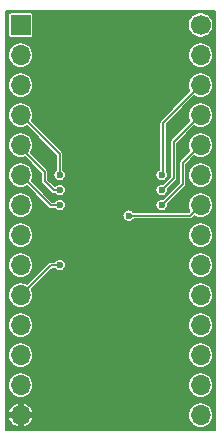
<source format=gbl>
G04 #@! TF.GenerationSoftware,KiCad,Pcbnew,(5.1.2-1)-1*
G04 #@! TF.CreationDate,2019-06-26T00:29:29-04:00*
G04 #@! TF.ProjectId,GW28R8128,47573238-5238-4313-9238-2e6b69636164,rev?*
G04 #@! TF.SameCoordinates,Original*
G04 #@! TF.FileFunction,Copper,L4,Bot*
G04 #@! TF.FilePolarity,Positive*
%FSLAX46Y46*%
G04 Gerber Fmt 4.6, Leading zero omitted, Abs format (unit mm)*
G04 Created by KiCad (PCBNEW (5.1.2-1)-1) date 2019-06-26 00:29:29*
%MOMM*%
%LPD*%
G04 APERTURE LIST*
%ADD10C,1.700000*%
%ADD11O,1.700000X1.700000*%
%ADD12C,2.000000*%
%ADD13R,1.700000X1.700000*%
%ADD14C,0.800000*%
%ADD15C,0.600000*%
%ADD16C,0.152400*%
G04 APERTURE END LIST*
D10*
X55880000Y-20320000D03*
D11*
X55880000Y-22860000D03*
X55880000Y-25400000D03*
X55880000Y-27940000D03*
X55880000Y-30480000D03*
X55880000Y-33020000D03*
X55880000Y-35560000D03*
X55880000Y-38100000D03*
X55880000Y-40640000D03*
X55880000Y-43180000D03*
X55880000Y-45720000D03*
X55880000Y-48260000D03*
X55880000Y-50800000D03*
X55880000Y-53340000D03*
D12*
X52070000Y-20320000D03*
X43180000Y-53340000D03*
D13*
X40640000Y-20320000D03*
D11*
X40640000Y-22860000D03*
X40640000Y-25400000D03*
X40640000Y-27940000D03*
X40640000Y-30480000D03*
X40640000Y-33020000D03*
X40640000Y-35560000D03*
X40640000Y-38100000D03*
X40640000Y-40640000D03*
X40640000Y-43180000D03*
X40640000Y-45720000D03*
X40640000Y-48260000D03*
X40640000Y-50800000D03*
X40640000Y-53340000D03*
D14*
X47879000Y-25400000D03*
X46736000Y-26670000D03*
X47879000Y-27940000D03*
D15*
X46990000Y-42418000D03*
X46990000Y-44958000D03*
X48260000Y-31242000D03*
X52070000Y-31242000D03*
X52070000Y-28702000D03*
X43942000Y-35560000D03*
X52578000Y-34290000D03*
X43942000Y-33020000D03*
X43942000Y-34290000D03*
X43942000Y-40640000D03*
X52578000Y-35560000D03*
X52578000Y-33020000D03*
X49784000Y-36449000D03*
D16*
X43180000Y-35560000D02*
X43942000Y-35560000D01*
X40640000Y-33020000D02*
X43180000Y-35560000D01*
X53594000Y-30226000D02*
X55880000Y-27940000D01*
X53594000Y-33274000D02*
X53594000Y-30226000D01*
X52578000Y-34290000D02*
X53594000Y-33274000D01*
X43942000Y-31242000D02*
X43942000Y-33020000D01*
X40640000Y-27940000D02*
X43942000Y-31242000D01*
X42672000Y-32766000D02*
X42672000Y-33528000D01*
X43434000Y-34290000D02*
X43942000Y-34290000D01*
X40640000Y-30734000D02*
X42672000Y-32766000D01*
X42672000Y-33528000D02*
X43434000Y-34290000D01*
X40640000Y-30480000D02*
X40640000Y-30734000D01*
X43180000Y-40640000D02*
X40640000Y-43180000D01*
X43942000Y-40640000D02*
X43180000Y-40640000D01*
X54356000Y-32004000D02*
X55880000Y-30480000D01*
X54356000Y-33782000D02*
X54356000Y-32004000D01*
X52578000Y-35560000D02*
X54356000Y-33782000D01*
X52705000Y-28575000D02*
X55880000Y-25400000D01*
X52705000Y-32893000D02*
X52705000Y-28575000D01*
X52578000Y-33020000D02*
X52705000Y-32893000D01*
X49784000Y-36449000D02*
X54991000Y-36449000D01*
X54991000Y-36449000D02*
X55880000Y-35560000D01*
G36*
X57100401Y-54560400D02*
G01*
X39419600Y-54560400D01*
X39419600Y-53678186D01*
X39615789Y-53678186D01*
X39676633Y-53825098D01*
X39789782Y-54003721D01*
X39935604Y-54156837D01*
X40108496Y-54278563D01*
X40301813Y-54364220D01*
X40466200Y-54347364D01*
X40466200Y-53513800D01*
X40813800Y-53513800D01*
X40813800Y-54347364D01*
X40978187Y-54364220D01*
X41171504Y-54278563D01*
X41344396Y-54156837D01*
X41490218Y-54003721D01*
X41603367Y-53825098D01*
X41664211Y-53678186D01*
X41646555Y-53513800D01*
X40813800Y-53513800D01*
X40466200Y-53513800D01*
X39633445Y-53513800D01*
X39615789Y-53678186D01*
X39419600Y-53678186D01*
X39419600Y-53340000D01*
X54796182Y-53340000D01*
X54817007Y-53551442D01*
X54878683Y-53754759D01*
X54978838Y-53942137D01*
X55113625Y-54106375D01*
X55277863Y-54241162D01*
X55465241Y-54341317D01*
X55668558Y-54402993D01*
X55827020Y-54418600D01*
X55932980Y-54418600D01*
X56091442Y-54402993D01*
X56294759Y-54341317D01*
X56482137Y-54241162D01*
X56646375Y-54106375D01*
X56781162Y-53942137D01*
X56881317Y-53754759D01*
X56942993Y-53551442D01*
X56963818Y-53340000D01*
X56942993Y-53128558D01*
X56881317Y-52925241D01*
X56781162Y-52737863D01*
X56646375Y-52573625D01*
X56482137Y-52438838D01*
X56294759Y-52338683D01*
X56091442Y-52277007D01*
X55932980Y-52261400D01*
X55827020Y-52261400D01*
X55668558Y-52277007D01*
X55465241Y-52338683D01*
X55277863Y-52438838D01*
X55113625Y-52573625D01*
X54978838Y-52737863D01*
X54878683Y-52925241D01*
X54817007Y-53128558D01*
X54796182Y-53340000D01*
X39419600Y-53340000D01*
X39419600Y-53001814D01*
X39615789Y-53001814D01*
X39633445Y-53166200D01*
X40466200Y-53166200D01*
X40466200Y-52332636D01*
X40813800Y-52332636D01*
X40813800Y-53166200D01*
X41646555Y-53166200D01*
X41664211Y-53001814D01*
X41603367Y-52854902D01*
X41490218Y-52676279D01*
X41344396Y-52523163D01*
X41171504Y-52401437D01*
X40978187Y-52315780D01*
X40813800Y-52332636D01*
X40466200Y-52332636D01*
X40301813Y-52315780D01*
X40108496Y-52401437D01*
X39935604Y-52523163D01*
X39789782Y-52676279D01*
X39676633Y-52854902D01*
X39615789Y-53001814D01*
X39419600Y-53001814D01*
X39419600Y-50800000D01*
X39556182Y-50800000D01*
X39577007Y-51011442D01*
X39638683Y-51214759D01*
X39738838Y-51402137D01*
X39873625Y-51566375D01*
X40037863Y-51701162D01*
X40225241Y-51801317D01*
X40428558Y-51862993D01*
X40587020Y-51878600D01*
X40692980Y-51878600D01*
X40851442Y-51862993D01*
X41054759Y-51801317D01*
X41242137Y-51701162D01*
X41406375Y-51566375D01*
X41541162Y-51402137D01*
X41641317Y-51214759D01*
X41702993Y-51011442D01*
X41723818Y-50800000D01*
X54796182Y-50800000D01*
X54817007Y-51011442D01*
X54878683Y-51214759D01*
X54978838Y-51402137D01*
X55113625Y-51566375D01*
X55277863Y-51701162D01*
X55465241Y-51801317D01*
X55668558Y-51862993D01*
X55827020Y-51878600D01*
X55932980Y-51878600D01*
X56091442Y-51862993D01*
X56294759Y-51801317D01*
X56482137Y-51701162D01*
X56646375Y-51566375D01*
X56781162Y-51402137D01*
X56881317Y-51214759D01*
X56942993Y-51011442D01*
X56963818Y-50800000D01*
X56942993Y-50588558D01*
X56881317Y-50385241D01*
X56781162Y-50197863D01*
X56646375Y-50033625D01*
X56482137Y-49898838D01*
X56294759Y-49798683D01*
X56091442Y-49737007D01*
X55932980Y-49721400D01*
X55827020Y-49721400D01*
X55668558Y-49737007D01*
X55465241Y-49798683D01*
X55277863Y-49898838D01*
X55113625Y-50033625D01*
X54978838Y-50197863D01*
X54878683Y-50385241D01*
X54817007Y-50588558D01*
X54796182Y-50800000D01*
X41723818Y-50800000D01*
X41702993Y-50588558D01*
X41641317Y-50385241D01*
X41541162Y-50197863D01*
X41406375Y-50033625D01*
X41242137Y-49898838D01*
X41054759Y-49798683D01*
X40851442Y-49737007D01*
X40692980Y-49721400D01*
X40587020Y-49721400D01*
X40428558Y-49737007D01*
X40225241Y-49798683D01*
X40037863Y-49898838D01*
X39873625Y-50033625D01*
X39738838Y-50197863D01*
X39638683Y-50385241D01*
X39577007Y-50588558D01*
X39556182Y-50800000D01*
X39419600Y-50800000D01*
X39419600Y-48260000D01*
X39556182Y-48260000D01*
X39577007Y-48471442D01*
X39638683Y-48674759D01*
X39738838Y-48862137D01*
X39873625Y-49026375D01*
X40037863Y-49161162D01*
X40225241Y-49261317D01*
X40428558Y-49322993D01*
X40587020Y-49338600D01*
X40692980Y-49338600D01*
X40851442Y-49322993D01*
X41054759Y-49261317D01*
X41242137Y-49161162D01*
X41406375Y-49026375D01*
X41541162Y-48862137D01*
X41641317Y-48674759D01*
X41702993Y-48471442D01*
X41723818Y-48260000D01*
X54796182Y-48260000D01*
X54817007Y-48471442D01*
X54878683Y-48674759D01*
X54978838Y-48862137D01*
X55113625Y-49026375D01*
X55277863Y-49161162D01*
X55465241Y-49261317D01*
X55668558Y-49322993D01*
X55827020Y-49338600D01*
X55932980Y-49338600D01*
X56091442Y-49322993D01*
X56294759Y-49261317D01*
X56482137Y-49161162D01*
X56646375Y-49026375D01*
X56781162Y-48862137D01*
X56881317Y-48674759D01*
X56942993Y-48471442D01*
X56963818Y-48260000D01*
X56942993Y-48048558D01*
X56881317Y-47845241D01*
X56781162Y-47657863D01*
X56646375Y-47493625D01*
X56482137Y-47358838D01*
X56294759Y-47258683D01*
X56091442Y-47197007D01*
X55932980Y-47181400D01*
X55827020Y-47181400D01*
X55668558Y-47197007D01*
X55465241Y-47258683D01*
X55277863Y-47358838D01*
X55113625Y-47493625D01*
X54978838Y-47657863D01*
X54878683Y-47845241D01*
X54817007Y-48048558D01*
X54796182Y-48260000D01*
X41723818Y-48260000D01*
X41702993Y-48048558D01*
X41641317Y-47845241D01*
X41541162Y-47657863D01*
X41406375Y-47493625D01*
X41242137Y-47358838D01*
X41054759Y-47258683D01*
X40851442Y-47197007D01*
X40692980Y-47181400D01*
X40587020Y-47181400D01*
X40428558Y-47197007D01*
X40225241Y-47258683D01*
X40037863Y-47358838D01*
X39873625Y-47493625D01*
X39738838Y-47657863D01*
X39638683Y-47845241D01*
X39577007Y-48048558D01*
X39556182Y-48260000D01*
X39419600Y-48260000D01*
X39419600Y-45720000D01*
X39556182Y-45720000D01*
X39577007Y-45931442D01*
X39638683Y-46134759D01*
X39738838Y-46322137D01*
X39873625Y-46486375D01*
X40037863Y-46621162D01*
X40225241Y-46721317D01*
X40428558Y-46782993D01*
X40587020Y-46798600D01*
X40692980Y-46798600D01*
X40851442Y-46782993D01*
X41054759Y-46721317D01*
X41242137Y-46621162D01*
X41406375Y-46486375D01*
X41541162Y-46322137D01*
X41641317Y-46134759D01*
X41702993Y-45931442D01*
X41723818Y-45720000D01*
X54796182Y-45720000D01*
X54817007Y-45931442D01*
X54878683Y-46134759D01*
X54978838Y-46322137D01*
X55113625Y-46486375D01*
X55277863Y-46621162D01*
X55465241Y-46721317D01*
X55668558Y-46782993D01*
X55827020Y-46798600D01*
X55932980Y-46798600D01*
X56091442Y-46782993D01*
X56294759Y-46721317D01*
X56482137Y-46621162D01*
X56646375Y-46486375D01*
X56781162Y-46322137D01*
X56881317Y-46134759D01*
X56942993Y-45931442D01*
X56963818Y-45720000D01*
X56942993Y-45508558D01*
X56881317Y-45305241D01*
X56781162Y-45117863D01*
X56646375Y-44953625D01*
X56482137Y-44818838D01*
X56294759Y-44718683D01*
X56091442Y-44657007D01*
X55932980Y-44641400D01*
X55827020Y-44641400D01*
X55668558Y-44657007D01*
X55465241Y-44718683D01*
X55277863Y-44818838D01*
X55113625Y-44953625D01*
X54978838Y-45117863D01*
X54878683Y-45305241D01*
X54817007Y-45508558D01*
X54796182Y-45720000D01*
X41723818Y-45720000D01*
X41702993Y-45508558D01*
X41641317Y-45305241D01*
X41541162Y-45117863D01*
X41406375Y-44953625D01*
X41242137Y-44818838D01*
X41054759Y-44718683D01*
X40851442Y-44657007D01*
X40692980Y-44641400D01*
X40587020Y-44641400D01*
X40428558Y-44657007D01*
X40225241Y-44718683D01*
X40037863Y-44818838D01*
X39873625Y-44953625D01*
X39738838Y-45117863D01*
X39638683Y-45305241D01*
X39577007Y-45508558D01*
X39556182Y-45720000D01*
X39419600Y-45720000D01*
X39419600Y-43180000D01*
X39556182Y-43180000D01*
X39577007Y-43391442D01*
X39638683Y-43594759D01*
X39738838Y-43782137D01*
X39873625Y-43946375D01*
X40037863Y-44081162D01*
X40225241Y-44181317D01*
X40428558Y-44242993D01*
X40587020Y-44258600D01*
X40692980Y-44258600D01*
X40851442Y-44242993D01*
X41054759Y-44181317D01*
X41242137Y-44081162D01*
X41406375Y-43946375D01*
X41541162Y-43782137D01*
X41641317Y-43594759D01*
X41702993Y-43391442D01*
X41723818Y-43180000D01*
X54796182Y-43180000D01*
X54817007Y-43391442D01*
X54878683Y-43594759D01*
X54978838Y-43782137D01*
X55113625Y-43946375D01*
X55277863Y-44081162D01*
X55465241Y-44181317D01*
X55668558Y-44242993D01*
X55827020Y-44258600D01*
X55932980Y-44258600D01*
X56091442Y-44242993D01*
X56294759Y-44181317D01*
X56482137Y-44081162D01*
X56646375Y-43946375D01*
X56781162Y-43782137D01*
X56881317Y-43594759D01*
X56942993Y-43391442D01*
X56963818Y-43180000D01*
X56942993Y-42968558D01*
X56881317Y-42765241D01*
X56781162Y-42577863D01*
X56646375Y-42413625D01*
X56482137Y-42278838D01*
X56294759Y-42178683D01*
X56091442Y-42117007D01*
X55932980Y-42101400D01*
X55827020Y-42101400D01*
X55668558Y-42117007D01*
X55465241Y-42178683D01*
X55277863Y-42278838D01*
X55113625Y-42413625D01*
X54978838Y-42577863D01*
X54878683Y-42765241D01*
X54817007Y-42968558D01*
X54796182Y-43180000D01*
X41723818Y-43180000D01*
X41702993Y-42968558D01*
X41641317Y-42765241D01*
X41587150Y-42663901D01*
X43306252Y-40944800D01*
X43509918Y-40944800D01*
X43531409Y-40976963D01*
X43605037Y-41050591D01*
X43691614Y-41108440D01*
X43787813Y-41148287D01*
X43889937Y-41168600D01*
X43994063Y-41168600D01*
X44096187Y-41148287D01*
X44192386Y-41108440D01*
X44278963Y-41050591D01*
X44352591Y-40976963D01*
X44410440Y-40890386D01*
X44450287Y-40794187D01*
X44470600Y-40692063D01*
X44470600Y-40640000D01*
X54796182Y-40640000D01*
X54817007Y-40851442D01*
X54878683Y-41054759D01*
X54978838Y-41242137D01*
X55113625Y-41406375D01*
X55277863Y-41541162D01*
X55465241Y-41641317D01*
X55668558Y-41702993D01*
X55827020Y-41718600D01*
X55932980Y-41718600D01*
X56091442Y-41702993D01*
X56294759Y-41641317D01*
X56482137Y-41541162D01*
X56646375Y-41406375D01*
X56781162Y-41242137D01*
X56881317Y-41054759D01*
X56942993Y-40851442D01*
X56963818Y-40640000D01*
X56942993Y-40428558D01*
X56881317Y-40225241D01*
X56781162Y-40037863D01*
X56646375Y-39873625D01*
X56482137Y-39738838D01*
X56294759Y-39638683D01*
X56091442Y-39577007D01*
X55932980Y-39561400D01*
X55827020Y-39561400D01*
X55668558Y-39577007D01*
X55465241Y-39638683D01*
X55277863Y-39738838D01*
X55113625Y-39873625D01*
X54978838Y-40037863D01*
X54878683Y-40225241D01*
X54817007Y-40428558D01*
X54796182Y-40640000D01*
X44470600Y-40640000D01*
X44470600Y-40587937D01*
X44450287Y-40485813D01*
X44410440Y-40389614D01*
X44352591Y-40303037D01*
X44278963Y-40229409D01*
X44192386Y-40171560D01*
X44096187Y-40131713D01*
X43994063Y-40111400D01*
X43889937Y-40111400D01*
X43787813Y-40131713D01*
X43691614Y-40171560D01*
X43605037Y-40229409D01*
X43531409Y-40303037D01*
X43509918Y-40335200D01*
X43194957Y-40335200D01*
X43179999Y-40333727D01*
X43165041Y-40335200D01*
X43165034Y-40335200D01*
X43125889Y-40339055D01*
X43120248Y-40339611D01*
X43102819Y-40344898D01*
X43062794Y-40357040D01*
X43009843Y-40385342D01*
X42963432Y-40423432D01*
X42953892Y-40435056D01*
X41156099Y-42232850D01*
X41054759Y-42178683D01*
X40851442Y-42117007D01*
X40692980Y-42101400D01*
X40587020Y-42101400D01*
X40428558Y-42117007D01*
X40225241Y-42178683D01*
X40037863Y-42278838D01*
X39873625Y-42413625D01*
X39738838Y-42577863D01*
X39638683Y-42765241D01*
X39577007Y-42968558D01*
X39556182Y-43180000D01*
X39419600Y-43180000D01*
X39419600Y-40640000D01*
X39556182Y-40640000D01*
X39577007Y-40851442D01*
X39638683Y-41054759D01*
X39738838Y-41242137D01*
X39873625Y-41406375D01*
X40037863Y-41541162D01*
X40225241Y-41641317D01*
X40428558Y-41702993D01*
X40587020Y-41718600D01*
X40692980Y-41718600D01*
X40851442Y-41702993D01*
X41054759Y-41641317D01*
X41242137Y-41541162D01*
X41406375Y-41406375D01*
X41541162Y-41242137D01*
X41641317Y-41054759D01*
X41702993Y-40851442D01*
X41723818Y-40640000D01*
X41702993Y-40428558D01*
X41641317Y-40225241D01*
X41541162Y-40037863D01*
X41406375Y-39873625D01*
X41242137Y-39738838D01*
X41054759Y-39638683D01*
X40851442Y-39577007D01*
X40692980Y-39561400D01*
X40587020Y-39561400D01*
X40428558Y-39577007D01*
X40225241Y-39638683D01*
X40037863Y-39738838D01*
X39873625Y-39873625D01*
X39738838Y-40037863D01*
X39638683Y-40225241D01*
X39577007Y-40428558D01*
X39556182Y-40640000D01*
X39419600Y-40640000D01*
X39419600Y-38100000D01*
X39556182Y-38100000D01*
X39577007Y-38311442D01*
X39638683Y-38514759D01*
X39738838Y-38702137D01*
X39873625Y-38866375D01*
X40037863Y-39001162D01*
X40225241Y-39101317D01*
X40428558Y-39162993D01*
X40587020Y-39178600D01*
X40692980Y-39178600D01*
X40851442Y-39162993D01*
X41054759Y-39101317D01*
X41242137Y-39001162D01*
X41406375Y-38866375D01*
X41541162Y-38702137D01*
X41641317Y-38514759D01*
X41702993Y-38311442D01*
X41723818Y-38100000D01*
X54796182Y-38100000D01*
X54817007Y-38311442D01*
X54878683Y-38514759D01*
X54978838Y-38702137D01*
X55113625Y-38866375D01*
X55277863Y-39001162D01*
X55465241Y-39101317D01*
X55668558Y-39162993D01*
X55827020Y-39178600D01*
X55932980Y-39178600D01*
X56091442Y-39162993D01*
X56294759Y-39101317D01*
X56482137Y-39001162D01*
X56646375Y-38866375D01*
X56781162Y-38702137D01*
X56881317Y-38514759D01*
X56942993Y-38311442D01*
X56963818Y-38100000D01*
X56942993Y-37888558D01*
X56881317Y-37685241D01*
X56781162Y-37497863D01*
X56646375Y-37333625D01*
X56482137Y-37198838D01*
X56294759Y-37098683D01*
X56091442Y-37037007D01*
X55932980Y-37021400D01*
X55827020Y-37021400D01*
X55668558Y-37037007D01*
X55465241Y-37098683D01*
X55277863Y-37198838D01*
X55113625Y-37333625D01*
X54978838Y-37497863D01*
X54878683Y-37685241D01*
X54817007Y-37888558D01*
X54796182Y-38100000D01*
X41723818Y-38100000D01*
X41702993Y-37888558D01*
X41641317Y-37685241D01*
X41541162Y-37497863D01*
X41406375Y-37333625D01*
X41242137Y-37198838D01*
X41054759Y-37098683D01*
X40851442Y-37037007D01*
X40692980Y-37021400D01*
X40587020Y-37021400D01*
X40428558Y-37037007D01*
X40225241Y-37098683D01*
X40037863Y-37198838D01*
X39873625Y-37333625D01*
X39738838Y-37497863D01*
X39638683Y-37685241D01*
X39577007Y-37888558D01*
X39556182Y-38100000D01*
X39419600Y-38100000D01*
X39419600Y-35560000D01*
X39556182Y-35560000D01*
X39577007Y-35771442D01*
X39638683Y-35974759D01*
X39738838Y-36162137D01*
X39873625Y-36326375D01*
X40037863Y-36461162D01*
X40225241Y-36561317D01*
X40428558Y-36622993D01*
X40587020Y-36638600D01*
X40692980Y-36638600D01*
X40851442Y-36622993D01*
X41054759Y-36561317D01*
X41242137Y-36461162D01*
X41320395Y-36396937D01*
X49255400Y-36396937D01*
X49255400Y-36501063D01*
X49275713Y-36603187D01*
X49315560Y-36699386D01*
X49373409Y-36785963D01*
X49447037Y-36859591D01*
X49533614Y-36917440D01*
X49629813Y-36957287D01*
X49731937Y-36977600D01*
X49836063Y-36977600D01*
X49938187Y-36957287D01*
X50034386Y-36917440D01*
X50120963Y-36859591D01*
X50194591Y-36785963D01*
X50216082Y-36753800D01*
X54976042Y-36753800D01*
X54991000Y-36755273D01*
X55005958Y-36753800D01*
X55005966Y-36753800D01*
X55050751Y-36749389D01*
X55108206Y-36731960D01*
X55161157Y-36703658D01*
X55207568Y-36665568D01*
X55217112Y-36653939D01*
X55363901Y-36507150D01*
X55465241Y-36561317D01*
X55668558Y-36622993D01*
X55827020Y-36638600D01*
X55932980Y-36638600D01*
X56091442Y-36622993D01*
X56294759Y-36561317D01*
X56482137Y-36461162D01*
X56646375Y-36326375D01*
X56781162Y-36162137D01*
X56881317Y-35974759D01*
X56942993Y-35771442D01*
X56963818Y-35560000D01*
X56942993Y-35348558D01*
X56881317Y-35145241D01*
X56781162Y-34957863D01*
X56646375Y-34793625D01*
X56482137Y-34658838D01*
X56294759Y-34558683D01*
X56091442Y-34497007D01*
X55932980Y-34481400D01*
X55827020Y-34481400D01*
X55668558Y-34497007D01*
X55465241Y-34558683D01*
X55277863Y-34658838D01*
X55113625Y-34793625D01*
X54978838Y-34957863D01*
X54878683Y-35145241D01*
X54817007Y-35348558D01*
X54796182Y-35560000D01*
X54817007Y-35771442D01*
X54878683Y-35974759D01*
X54932850Y-36076099D01*
X54864749Y-36144200D01*
X50216082Y-36144200D01*
X50194591Y-36112037D01*
X50120963Y-36038409D01*
X50034386Y-35980560D01*
X49938187Y-35940713D01*
X49836063Y-35920400D01*
X49731937Y-35920400D01*
X49629813Y-35940713D01*
X49533614Y-35980560D01*
X49447037Y-36038409D01*
X49373409Y-36112037D01*
X49315560Y-36198614D01*
X49275713Y-36294813D01*
X49255400Y-36396937D01*
X41320395Y-36396937D01*
X41406375Y-36326375D01*
X41541162Y-36162137D01*
X41641317Y-35974759D01*
X41702993Y-35771442D01*
X41723818Y-35560000D01*
X41702993Y-35348558D01*
X41641317Y-35145241D01*
X41541162Y-34957863D01*
X41406375Y-34793625D01*
X41242137Y-34658838D01*
X41054759Y-34558683D01*
X40851442Y-34497007D01*
X40692980Y-34481400D01*
X40587020Y-34481400D01*
X40428558Y-34497007D01*
X40225241Y-34558683D01*
X40037863Y-34658838D01*
X39873625Y-34793625D01*
X39738838Y-34957863D01*
X39638683Y-35145241D01*
X39577007Y-35348558D01*
X39556182Y-35560000D01*
X39419600Y-35560000D01*
X39419600Y-33020000D01*
X39556182Y-33020000D01*
X39577007Y-33231442D01*
X39638683Y-33434759D01*
X39738838Y-33622137D01*
X39873625Y-33786375D01*
X40037863Y-33921162D01*
X40225241Y-34021317D01*
X40428558Y-34082993D01*
X40587020Y-34098600D01*
X40692980Y-34098600D01*
X40851442Y-34082993D01*
X41054759Y-34021317D01*
X41156099Y-33967150D01*
X42953892Y-35764944D01*
X42963432Y-35776568D01*
X43009843Y-35814658D01*
X43062794Y-35842960D01*
X43102819Y-35855102D01*
X43120248Y-35860389D01*
X43125889Y-35860945D01*
X43165034Y-35864800D01*
X43165041Y-35864800D01*
X43179999Y-35866273D01*
X43194957Y-35864800D01*
X43509918Y-35864800D01*
X43531409Y-35896963D01*
X43605037Y-35970591D01*
X43691614Y-36028440D01*
X43787813Y-36068287D01*
X43889937Y-36088600D01*
X43994063Y-36088600D01*
X44096187Y-36068287D01*
X44192386Y-36028440D01*
X44278963Y-35970591D01*
X44352591Y-35896963D01*
X44410440Y-35810386D01*
X44450287Y-35714187D01*
X44470600Y-35612063D01*
X44470600Y-35507937D01*
X52049400Y-35507937D01*
X52049400Y-35612063D01*
X52069713Y-35714187D01*
X52109560Y-35810386D01*
X52167409Y-35896963D01*
X52241037Y-35970591D01*
X52327614Y-36028440D01*
X52423813Y-36068287D01*
X52525937Y-36088600D01*
X52630063Y-36088600D01*
X52732187Y-36068287D01*
X52828386Y-36028440D01*
X52914963Y-35970591D01*
X52988591Y-35896963D01*
X53046440Y-35810386D01*
X53086287Y-35714187D01*
X53106600Y-35612063D01*
X53106600Y-35507937D01*
X53099054Y-35469998D01*
X54560945Y-34008107D01*
X54572568Y-33998568D01*
X54610658Y-33952157D01*
X54638960Y-33899206D01*
X54638960Y-33899205D01*
X54656389Y-33841752D01*
X54657705Y-33828389D01*
X54660800Y-33796966D01*
X54660800Y-33796958D01*
X54662273Y-33782000D01*
X54660800Y-33767042D01*
X54660800Y-33020000D01*
X54796182Y-33020000D01*
X54817007Y-33231442D01*
X54878683Y-33434759D01*
X54978838Y-33622137D01*
X55113625Y-33786375D01*
X55277863Y-33921162D01*
X55465241Y-34021317D01*
X55668558Y-34082993D01*
X55827020Y-34098600D01*
X55932980Y-34098600D01*
X56091442Y-34082993D01*
X56294759Y-34021317D01*
X56482137Y-33921162D01*
X56646375Y-33786375D01*
X56781162Y-33622137D01*
X56881317Y-33434759D01*
X56942993Y-33231442D01*
X56963818Y-33020000D01*
X56942993Y-32808558D01*
X56881317Y-32605241D01*
X56781162Y-32417863D01*
X56646375Y-32253625D01*
X56482137Y-32118838D01*
X56294759Y-32018683D01*
X56091442Y-31957007D01*
X55932980Y-31941400D01*
X55827020Y-31941400D01*
X55668558Y-31957007D01*
X55465241Y-32018683D01*
X55277863Y-32118838D01*
X55113625Y-32253625D01*
X54978838Y-32417863D01*
X54878683Y-32605241D01*
X54817007Y-32808558D01*
X54796182Y-33020000D01*
X54660800Y-33020000D01*
X54660800Y-32130251D01*
X55363901Y-31427150D01*
X55465241Y-31481317D01*
X55668558Y-31542993D01*
X55827020Y-31558600D01*
X55932980Y-31558600D01*
X56091442Y-31542993D01*
X56294759Y-31481317D01*
X56482137Y-31381162D01*
X56646375Y-31246375D01*
X56781162Y-31082137D01*
X56881317Y-30894759D01*
X56942993Y-30691442D01*
X56963818Y-30480000D01*
X56942993Y-30268558D01*
X56881317Y-30065241D01*
X56781162Y-29877863D01*
X56646375Y-29713625D01*
X56482137Y-29578838D01*
X56294759Y-29478683D01*
X56091442Y-29417007D01*
X55932980Y-29401400D01*
X55827020Y-29401400D01*
X55668558Y-29417007D01*
X55465241Y-29478683D01*
X55277863Y-29578838D01*
X55113625Y-29713625D01*
X54978838Y-29877863D01*
X54878683Y-30065241D01*
X54817007Y-30268558D01*
X54796182Y-30480000D01*
X54817007Y-30691442D01*
X54878683Y-30894759D01*
X54932850Y-30996099D01*
X54151057Y-31777892D01*
X54139433Y-31787432D01*
X54101343Y-31833843D01*
X54086215Y-31862146D01*
X54073040Y-31886795D01*
X54055611Y-31944249D01*
X54049727Y-32004000D01*
X54051201Y-32018968D01*
X54051200Y-33655748D01*
X52668002Y-35038946D01*
X52630063Y-35031400D01*
X52525937Y-35031400D01*
X52423813Y-35051713D01*
X52327614Y-35091560D01*
X52241037Y-35149409D01*
X52167409Y-35223037D01*
X52109560Y-35309614D01*
X52069713Y-35405813D01*
X52049400Y-35507937D01*
X44470600Y-35507937D01*
X44450287Y-35405813D01*
X44410440Y-35309614D01*
X44352591Y-35223037D01*
X44278963Y-35149409D01*
X44192386Y-35091560D01*
X44096187Y-35051713D01*
X43994063Y-35031400D01*
X43889937Y-35031400D01*
X43787813Y-35051713D01*
X43691614Y-35091560D01*
X43605037Y-35149409D01*
X43531409Y-35223037D01*
X43509918Y-35255200D01*
X43306252Y-35255200D01*
X41587150Y-33536099D01*
X41641317Y-33434759D01*
X41702993Y-33231442D01*
X41723818Y-33020000D01*
X41702993Y-32808558D01*
X41641317Y-32605241D01*
X41541162Y-32417863D01*
X41406375Y-32253625D01*
X41242137Y-32118838D01*
X41054759Y-32018683D01*
X40851442Y-31957007D01*
X40692980Y-31941400D01*
X40587020Y-31941400D01*
X40428558Y-31957007D01*
X40225241Y-32018683D01*
X40037863Y-32118838D01*
X39873625Y-32253625D01*
X39738838Y-32417863D01*
X39638683Y-32605241D01*
X39577007Y-32808558D01*
X39556182Y-33020000D01*
X39419600Y-33020000D01*
X39419600Y-30480000D01*
X39556182Y-30480000D01*
X39577007Y-30691442D01*
X39638683Y-30894759D01*
X39738838Y-31082137D01*
X39873625Y-31246375D01*
X40037863Y-31381162D01*
X40225241Y-31481317D01*
X40428558Y-31542993D01*
X40587020Y-31558600D01*
X40692980Y-31558600D01*
X40851442Y-31542993D01*
X40979190Y-31504241D01*
X42367200Y-32892252D01*
X42367201Y-33513032D01*
X42365727Y-33528000D01*
X42371611Y-33587751D01*
X42389040Y-33645205D01*
X42389041Y-33645206D01*
X42417343Y-33698157D01*
X42455433Y-33744568D01*
X42467057Y-33754108D01*
X43207892Y-34494944D01*
X43217432Y-34506568D01*
X43263843Y-34544658D01*
X43316794Y-34572960D01*
X43374248Y-34590389D01*
X43379403Y-34590897D01*
X43419034Y-34594800D01*
X43419042Y-34594800D01*
X43434000Y-34596273D01*
X43448958Y-34594800D01*
X43509918Y-34594800D01*
X43531409Y-34626963D01*
X43605037Y-34700591D01*
X43691614Y-34758440D01*
X43787813Y-34798287D01*
X43889937Y-34818600D01*
X43994063Y-34818600D01*
X44096187Y-34798287D01*
X44192386Y-34758440D01*
X44278963Y-34700591D01*
X44352591Y-34626963D01*
X44410440Y-34540386D01*
X44450287Y-34444187D01*
X44470600Y-34342063D01*
X44470600Y-34237937D01*
X52049400Y-34237937D01*
X52049400Y-34342063D01*
X52069713Y-34444187D01*
X52109560Y-34540386D01*
X52167409Y-34626963D01*
X52241037Y-34700591D01*
X52327614Y-34758440D01*
X52423813Y-34798287D01*
X52525937Y-34818600D01*
X52630063Y-34818600D01*
X52732187Y-34798287D01*
X52828386Y-34758440D01*
X52914963Y-34700591D01*
X52988591Y-34626963D01*
X53046440Y-34540386D01*
X53086287Y-34444187D01*
X53106600Y-34342063D01*
X53106600Y-34237937D01*
X53099054Y-34199998D01*
X53798945Y-33500107D01*
X53810568Y-33490568D01*
X53848658Y-33444157D01*
X53876960Y-33391206D01*
X53876960Y-33391205D01*
X53894389Y-33333752D01*
X53895125Y-33326274D01*
X53898800Y-33288966D01*
X53898800Y-33288958D01*
X53900273Y-33274000D01*
X53898800Y-33259042D01*
X53898800Y-30352251D01*
X55363901Y-28887150D01*
X55465241Y-28941317D01*
X55668558Y-29002993D01*
X55827020Y-29018600D01*
X55932980Y-29018600D01*
X56091442Y-29002993D01*
X56294759Y-28941317D01*
X56482137Y-28841162D01*
X56646375Y-28706375D01*
X56781162Y-28542137D01*
X56881317Y-28354759D01*
X56942993Y-28151442D01*
X56963818Y-27940000D01*
X56942993Y-27728558D01*
X56881317Y-27525241D01*
X56781162Y-27337863D01*
X56646375Y-27173625D01*
X56482137Y-27038838D01*
X56294759Y-26938683D01*
X56091442Y-26877007D01*
X55932980Y-26861400D01*
X55827020Y-26861400D01*
X55668558Y-26877007D01*
X55465241Y-26938683D01*
X55277863Y-27038838D01*
X55113625Y-27173625D01*
X54978838Y-27337863D01*
X54878683Y-27525241D01*
X54817007Y-27728558D01*
X54796182Y-27940000D01*
X54817007Y-28151442D01*
X54878683Y-28354759D01*
X54932850Y-28456099D01*
X53389057Y-29999892D01*
X53377433Y-30009432D01*
X53339343Y-30055843D01*
X53334320Y-30065241D01*
X53311040Y-30108795D01*
X53293611Y-30166249D01*
X53287727Y-30226000D01*
X53289201Y-30240968D01*
X53289200Y-33147748D01*
X52668002Y-33768946D01*
X52630063Y-33761400D01*
X52525937Y-33761400D01*
X52423813Y-33781713D01*
X52327614Y-33821560D01*
X52241037Y-33879409D01*
X52167409Y-33953037D01*
X52109560Y-34039614D01*
X52069713Y-34135813D01*
X52049400Y-34237937D01*
X44470600Y-34237937D01*
X44450287Y-34135813D01*
X44410440Y-34039614D01*
X44352591Y-33953037D01*
X44278963Y-33879409D01*
X44192386Y-33821560D01*
X44096187Y-33781713D01*
X43994063Y-33761400D01*
X43889937Y-33761400D01*
X43787813Y-33781713D01*
X43691614Y-33821560D01*
X43605037Y-33879409D01*
X43531409Y-33953037D01*
X43530079Y-33955027D01*
X42976800Y-33401749D01*
X42976800Y-32780958D01*
X42978273Y-32766000D01*
X42976800Y-32751042D01*
X42976800Y-32751034D01*
X42972389Y-32706249D01*
X42954960Y-32648794D01*
X42926658Y-32595843D01*
X42888568Y-32549432D01*
X42876945Y-32539893D01*
X41486182Y-31149130D01*
X41541162Y-31082137D01*
X41641317Y-30894759D01*
X41702993Y-30691442D01*
X41723818Y-30480000D01*
X41702993Y-30268558D01*
X41641317Y-30065241D01*
X41541162Y-29877863D01*
X41406375Y-29713625D01*
X41242137Y-29578838D01*
X41054759Y-29478683D01*
X40851442Y-29417007D01*
X40692980Y-29401400D01*
X40587020Y-29401400D01*
X40428558Y-29417007D01*
X40225241Y-29478683D01*
X40037863Y-29578838D01*
X39873625Y-29713625D01*
X39738838Y-29877863D01*
X39638683Y-30065241D01*
X39577007Y-30268558D01*
X39556182Y-30480000D01*
X39419600Y-30480000D01*
X39419600Y-27940000D01*
X39556182Y-27940000D01*
X39577007Y-28151442D01*
X39638683Y-28354759D01*
X39738838Y-28542137D01*
X39873625Y-28706375D01*
X40037863Y-28841162D01*
X40225241Y-28941317D01*
X40428558Y-29002993D01*
X40587020Y-29018600D01*
X40692980Y-29018600D01*
X40851442Y-29002993D01*
X41054759Y-28941317D01*
X41156099Y-28887150D01*
X43637200Y-31368252D01*
X43637201Y-32587918D01*
X43605037Y-32609409D01*
X43531409Y-32683037D01*
X43473560Y-32769614D01*
X43433713Y-32865813D01*
X43413400Y-32967937D01*
X43413400Y-33072063D01*
X43433713Y-33174187D01*
X43473560Y-33270386D01*
X43531409Y-33356963D01*
X43605037Y-33430591D01*
X43691614Y-33488440D01*
X43787813Y-33528287D01*
X43889937Y-33548600D01*
X43994063Y-33548600D01*
X44096187Y-33528287D01*
X44192386Y-33488440D01*
X44278963Y-33430591D01*
X44352591Y-33356963D01*
X44410440Y-33270386D01*
X44450287Y-33174187D01*
X44470600Y-33072063D01*
X44470600Y-32967937D01*
X52049400Y-32967937D01*
X52049400Y-33072063D01*
X52069713Y-33174187D01*
X52109560Y-33270386D01*
X52167409Y-33356963D01*
X52241037Y-33430591D01*
X52327614Y-33488440D01*
X52423813Y-33528287D01*
X52525937Y-33548600D01*
X52630063Y-33548600D01*
X52732187Y-33528287D01*
X52828386Y-33488440D01*
X52914963Y-33430591D01*
X52988591Y-33356963D01*
X53046440Y-33270386D01*
X53086287Y-33174187D01*
X53106600Y-33072063D01*
X53106600Y-32967937D01*
X53086287Y-32865813D01*
X53046440Y-32769614D01*
X53009800Y-32714778D01*
X53009800Y-28701251D01*
X55363902Y-26347150D01*
X55465241Y-26401317D01*
X55668558Y-26462993D01*
X55827020Y-26478600D01*
X55932980Y-26478600D01*
X56091442Y-26462993D01*
X56294759Y-26401317D01*
X56482137Y-26301162D01*
X56646375Y-26166375D01*
X56781162Y-26002137D01*
X56881317Y-25814759D01*
X56942993Y-25611442D01*
X56963818Y-25400000D01*
X56942993Y-25188558D01*
X56881317Y-24985241D01*
X56781162Y-24797863D01*
X56646375Y-24633625D01*
X56482137Y-24498838D01*
X56294759Y-24398683D01*
X56091442Y-24337007D01*
X55932980Y-24321400D01*
X55827020Y-24321400D01*
X55668558Y-24337007D01*
X55465241Y-24398683D01*
X55277863Y-24498838D01*
X55113625Y-24633625D01*
X54978838Y-24797863D01*
X54878683Y-24985241D01*
X54817007Y-25188558D01*
X54796182Y-25400000D01*
X54817007Y-25611442D01*
X54878683Y-25814759D01*
X54932850Y-25916098D01*
X52500057Y-28348892D01*
X52488433Y-28358432D01*
X52450343Y-28404843D01*
X52435215Y-28433146D01*
X52422040Y-28457795D01*
X52404611Y-28515249D01*
X52398727Y-28575000D01*
X52400201Y-28589968D01*
X52400200Y-32521494D01*
X52327614Y-32551560D01*
X52241037Y-32609409D01*
X52167409Y-32683037D01*
X52109560Y-32769614D01*
X52069713Y-32865813D01*
X52049400Y-32967937D01*
X44470600Y-32967937D01*
X44450287Y-32865813D01*
X44410440Y-32769614D01*
X44352591Y-32683037D01*
X44278963Y-32609409D01*
X44246800Y-32587918D01*
X44246800Y-31256957D01*
X44248273Y-31241999D01*
X44246800Y-31227041D01*
X44246800Y-31227034D01*
X44242389Y-31182249D01*
X44224960Y-31124794D01*
X44196658Y-31071843D01*
X44158568Y-31025432D01*
X44146945Y-31015893D01*
X41587150Y-28456099D01*
X41641317Y-28354759D01*
X41702993Y-28151442D01*
X41723818Y-27940000D01*
X41702993Y-27728558D01*
X41641317Y-27525241D01*
X41541162Y-27337863D01*
X41406375Y-27173625D01*
X41242137Y-27038838D01*
X41054759Y-26938683D01*
X40851442Y-26877007D01*
X40692980Y-26861400D01*
X40587020Y-26861400D01*
X40428558Y-26877007D01*
X40225241Y-26938683D01*
X40037863Y-27038838D01*
X39873625Y-27173625D01*
X39738838Y-27337863D01*
X39638683Y-27525241D01*
X39577007Y-27728558D01*
X39556182Y-27940000D01*
X39419600Y-27940000D01*
X39419600Y-25400000D01*
X39556182Y-25400000D01*
X39577007Y-25611442D01*
X39638683Y-25814759D01*
X39738838Y-26002137D01*
X39873625Y-26166375D01*
X40037863Y-26301162D01*
X40225241Y-26401317D01*
X40428558Y-26462993D01*
X40587020Y-26478600D01*
X40692980Y-26478600D01*
X40851442Y-26462993D01*
X41054759Y-26401317D01*
X41242137Y-26301162D01*
X41406375Y-26166375D01*
X41541162Y-26002137D01*
X41641317Y-25814759D01*
X41702993Y-25611442D01*
X41723818Y-25400000D01*
X41702993Y-25188558D01*
X41641317Y-24985241D01*
X41541162Y-24797863D01*
X41406375Y-24633625D01*
X41242137Y-24498838D01*
X41054759Y-24398683D01*
X40851442Y-24337007D01*
X40692980Y-24321400D01*
X40587020Y-24321400D01*
X40428558Y-24337007D01*
X40225241Y-24398683D01*
X40037863Y-24498838D01*
X39873625Y-24633625D01*
X39738838Y-24797863D01*
X39638683Y-24985241D01*
X39577007Y-25188558D01*
X39556182Y-25400000D01*
X39419600Y-25400000D01*
X39419600Y-22860000D01*
X39556182Y-22860000D01*
X39577007Y-23071442D01*
X39638683Y-23274759D01*
X39738838Y-23462137D01*
X39873625Y-23626375D01*
X40037863Y-23761162D01*
X40225241Y-23861317D01*
X40428558Y-23922993D01*
X40587020Y-23938600D01*
X40692980Y-23938600D01*
X40851442Y-23922993D01*
X41054759Y-23861317D01*
X41242137Y-23761162D01*
X41406375Y-23626375D01*
X41541162Y-23462137D01*
X41641317Y-23274759D01*
X41702993Y-23071442D01*
X41723818Y-22860000D01*
X54796182Y-22860000D01*
X54817007Y-23071442D01*
X54878683Y-23274759D01*
X54978838Y-23462137D01*
X55113625Y-23626375D01*
X55277863Y-23761162D01*
X55465241Y-23861317D01*
X55668558Y-23922993D01*
X55827020Y-23938600D01*
X55932980Y-23938600D01*
X56091442Y-23922993D01*
X56294759Y-23861317D01*
X56482137Y-23761162D01*
X56646375Y-23626375D01*
X56781162Y-23462137D01*
X56881317Y-23274759D01*
X56942993Y-23071442D01*
X56963818Y-22860000D01*
X56942993Y-22648558D01*
X56881317Y-22445241D01*
X56781162Y-22257863D01*
X56646375Y-22093625D01*
X56482137Y-21958838D01*
X56294759Y-21858683D01*
X56091442Y-21797007D01*
X55932980Y-21781400D01*
X55827020Y-21781400D01*
X55668558Y-21797007D01*
X55465241Y-21858683D01*
X55277863Y-21958838D01*
X55113625Y-22093625D01*
X54978838Y-22257863D01*
X54878683Y-22445241D01*
X54817007Y-22648558D01*
X54796182Y-22860000D01*
X41723818Y-22860000D01*
X41702993Y-22648558D01*
X41641317Y-22445241D01*
X41541162Y-22257863D01*
X41406375Y-22093625D01*
X41242137Y-21958838D01*
X41054759Y-21858683D01*
X40851442Y-21797007D01*
X40692980Y-21781400D01*
X40587020Y-21781400D01*
X40428558Y-21797007D01*
X40225241Y-21858683D01*
X40037863Y-21958838D01*
X39873625Y-22093625D01*
X39738838Y-22257863D01*
X39638683Y-22445241D01*
X39577007Y-22648558D01*
X39556182Y-22860000D01*
X39419600Y-22860000D01*
X39419600Y-19470000D01*
X39560294Y-19470000D01*
X39560294Y-21170000D01*
X39564708Y-21214813D01*
X39577779Y-21257905D01*
X39599006Y-21297618D01*
X39627573Y-21332427D01*
X39662382Y-21360994D01*
X39702095Y-21382221D01*
X39745187Y-21395292D01*
X39790000Y-21399706D01*
X41490000Y-21399706D01*
X41534813Y-21395292D01*
X41577905Y-21382221D01*
X41617618Y-21360994D01*
X41652427Y-21332427D01*
X41680994Y-21297618D01*
X41702221Y-21257905D01*
X41715292Y-21214813D01*
X41719706Y-21170000D01*
X41719706Y-20213767D01*
X54801400Y-20213767D01*
X54801400Y-20426233D01*
X54842850Y-20634616D01*
X54924157Y-20830909D01*
X55042197Y-21007567D01*
X55192433Y-21157803D01*
X55369091Y-21275843D01*
X55565384Y-21357150D01*
X55773767Y-21398600D01*
X55986233Y-21398600D01*
X56194616Y-21357150D01*
X56390909Y-21275843D01*
X56567567Y-21157803D01*
X56717803Y-21007567D01*
X56835843Y-20830909D01*
X56917150Y-20634616D01*
X56958600Y-20426233D01*
X56958600Y-20213767D01*
X56917150Y-20005384D01*
X56835843Y-19809091D01*
X56717803Y-19632433D01*
X56567567Y-19482197D01*
X56390909Y-19364157D01*
X56194616Y-19282850D01*
X55986233Y-19241400D01*
X55773767Y-19241400D01*
X55565384Y-19282850D01*
X55369091Y-19364157D01*
X55192433Y-19482197D01*
X55042197Y-19632433D01*
X54924157Y-19809091D01*
X54842850Y-20005384D01*
X54801400Y-20213767D01*
X41719706Y-20213767D01*
X41719706Y-19470000D01*
X41715292Y-19425187D01*
X41702221Y-19382095D01*
X41680994Y-19342382D01*
X41652427Y-19307573D01*
X41617618Y-19279006D01*
X41577905Y-19257779D01*
X41534813Y-19244708D01*
X41490000Y-19240294D01*
X39790000Y-19240294D01*
X39745187Y-19244708D01*
X39702095Y-19257779D01*
X39662382Y-19279006D01*
X39627573Y-19307573D01*
X39599006Y-19342382D01*
X39577779Y-19382095D01*
X39564708Y-19425187D01*
X39560294Y-19470000D01*
X39419600Y-19470000D01*
X39419600Y-19099600D01*
X57100400Y-19099600D01*
X57100401Y-54560400D01*
X57100401Y-54560400D01*
G37*
X57100401Y-54560400D02*
X39419600Y-54560400D01*
X39419600Y-53678186D01*
X39615789Y-53678186D01*
X39676633Y-53825098D01*
X39789782Y-54003721D01*
X39935604Y-54156837D01*
X40108496Y-54278563D01*
X40301813Y-54364220D01*
X40466200Y-54347364D01*
X40466200Y-53513800D01*
X40813800Y-53513800D01*
X40813800Y-54347364D01*
X40978187Y-54364220D01*
X41171504Y-54278563D01*
X41344396Y-54156837D01*
X41490218Y-54003721D01*
X41603367Y-53825098D01*
X41664211Y-53678186D01*
X41646555Y-53513800D01*
X40813800Y-53513800D01*
X40466200Y-53513800D01*
X39633445Y-53513800D01*
X39615789Y-53678186D01*
X39419600Y-53678186D01*
X39419600Y-53340000D01*
X54796182Y-53340000D01*
X54817007Y-53551442D01*
X54878683Y-53754759D01*
X54978838Y-53942137D01*
X55113625Y-54106375D01*
X55277863Y-54241162D01*
X55465241Y-54341317D01*
X55668558Y-54402993D01*
X55827020Y-54418600D01*
X55932980Y-54418600D01*
X56091442Y-54402993D01*
X56294759Y-54341317D01*
X56482137Y-54241162D01*
X56646375Y-54106375D01*
X56781162Y-53942137D01*
X56881317Y-53754759D01*
X56942993Y-53551442D01*
X56963818Y-53340000D01*
X56942993Y-53128558D01*
X56881317Y-52925241D01*
X56781162Y-52737863D01*
X56646375Y-52573625D01*
X56482137Y-52438838D01*
X56294759Y-52338683D01*
X56091442Y-52277007D01*
X55932980Y-52261400D01*
X55827020Y-52261400D01*
X55668558Y-52277007D01*
X55465241Y-52338683D01*
X55277863Y-52438838D01*
X55113625Y-52573625D01*
X54978838Y-52737863D01*
X54878683Y-52925241D01*
X54817007Y-53128558D01*
X54796182Y-53340000D01*
X39419600Y-53340000D01*
X39419600Y-53001814D01*
X39615789Y-53001814D01*
X39633445Y-53166200D01*
X40466200Y-53166200D01*
X40466200Y-52332636D01*
X40813800Y-52332636D01*
X40813800Y-53166200D01*
X41646555Y-53166200D01*
X41664211Y-53001814D01*
X41603367Y-52854902D01*
X41490218Y-52676279D01*
X41344396Y-52523163D01*
X41171504Y-52401437D01*
X40978187Y-52315780D01*
X40813800Y-52332636D01*
X40466200Y-52332636D01*
X40301813Y-52315780D01*
X40108496Y-52401437D01*
X39935604Y-52523163D01*
X39789782Y-52676279D01*
X39676633Y-52854902D01*
X39615789Y-53001814D01*
X39419600Y-53001814D01*
X39419600Y-50800000D01*
X39556182Y-50800000D01*
X39577007Y-51011442D01*
X39638683Y-51214759D01*
X39738838Y-51402137D01*
X39873625Y-51566375D01*
X40037863Y-51701162D01*
X40225241Y-51801317D01*
X40428558Y-51862993D01*
X40587020Y-51878600D01*
X40692980Y-51878600D01*
X40851442Y-51862993D01*
X41054759Y-51801317D01*
X41242137Y-51701162D01*
X41406375Y-51566375D01*
X41541162Y-51402137D01*
X41641317Y-51214759D01*
X41702993Y-51011442D01*
X41723818Y-50800000D01*
X54796182Y-50800000D01*
X54817007Y-51011442D01*
X54878683Y-51214759D01*
X54978838Y-51402137D01*
X55113625Y-51566375D01*
X55277863Y-51701162D01*
X55465241Y-51801317D01*
X55668558Y-51862993D01*
X55827020Y-51878600D01*
X55932980Y-51878600D01*
X56091442Y-51862993D01*
X56294759Y-51801317D01*
X56482137Y-51701162D01*
X56646375Y-51566375D01*
X56781162Y-51402137D01*
X56881317Y-51214759D01*
X56942993Y-51011442D01*
X56963818Y-50800000D01*
X56942993Y-50588558D01*
X56881317Y-50385241D01*
X56781162Y-50197863D01*
X56646375Y-50033625D01*
X56482137Y-49898838D01*
X56294759Y-49798683D01*
X56091442Y-49737007D01*
X55932980Y-49721400D01*
X55827020Y-49721400D01*
X55668558Y-49737007D01*
X55465241Y-49798683D01*
X55277863Y-49898838D01*
X55113625Y-50033625D01*
X54978838Y-50197863D01*
X54878683Y-50385241D01*
X54817007Y-50588558D01*
X54796182Y-50800000D01*
X41723818Y-50800000D01*
X41702993Y-50588558D01*
X41641317Y-50385241D01*
X41541162Y-50197863D01*
X41406375Y-50033625D01*
X41242137Y-49898838D01*
X41054759Y-49798683D01*
X40851442Y-49737007D01*
X40692980Y-49721400D01*
X40587020Y-49721400D01*
X40428558Y-49737007D01*
X40225241Y-49798683D01*
X40037863Y-49898838D01*
X39873625Y-50033625D01*
X39738838Y-50197863D01*
X39638683Y-50385241D01*
X39577007Y-50588558D01*
X39556182Y-50800000D01*
X39419600Y-50800000D01*
X39419600Y-48260000D01*
X39556182Y-48260000D01*
X39577007Y-48471442D01*
X39638683Y-48674759D01*
X39738838Y-48862137D01*
X39873625Y-49026375D01*
X40037863Y-49161162D01*
X40225241Y-49261317D01*
X40428558Y-49322993D01*
X40587020Y-49338600D01*
X40692980Y-49338600D01*
X40851442Y-49322993D01*
X41054759Y-49261317D01*
X41242137Y-49161162D01*
X41406375Y-49026375D01*
X41541162Y-48862137D01*
X41641317Y-48674759D01*
X41702993Y-48471442D01*
X41723818Y-48260000D01*
X54796182Y-48260000D01*
X54817007Y-48471442D01*
X54878683Y-48674759D01*
X54978838Y-48862137D01*
X55113625Y-49026375D01*
X55277863Y-49161162D01*
X55465241Y-49261317D01*
X55668558Y-49322993D01*
X55827020Y-49338600D01*
X55932980Y-49338600D01*
X56091442Y-49322993D01*
X56294759Y-49261317D01*
X56482137Y-49161162D01*
X56646375Y-49026375D01*
X56781162Y-48862137D01*
X56881317Y-48674759D01*
X56942993Y-48471442D01*
X56963818Y-48260000D01*
X56942993Y-48048558D01*
X56881317Y-47845241D01*
X56781162Y-47657863D01*
X56646375Y-47493625D01*
X56482137Y-47358838D01*
X56294759Y-47258683D01*
X56091442Y-47197007D01*
X55932980Y-47181400D01*
X55827020Y-47181400D01*
X55668558Y-47197007D01*
X55465241Y-47258683D01*
X55277863Y-47358838D01*
X55113625Y-47493625D01*
X54978838Y-47657863D01*
X54878683Y-47845241D01*
X54817007Y-48048558D01*
X54796182Y-48260000D01*
X41723818Y-48260000D01*
X41702993Y-48048558D01*
X41641317Y-47845241D01*
X41541162Y-47657863D01*
X41406375Y-47493625D01*
X41242137Y-47358838D01*
X41054759Y-47258683D01*
X40851442Y-47197007D01*
X40692980Y-47181400D01*
X40587020Y-47181400D01*
X40428558Y-47197007D01*
X40225241Y-47258683D01*
X40037863Y-47358838D01*
X39873625Y-47493625D01*
X39738838Y-47657863D01*
X39638683Y-47845241D01*
X39577007Y-48048558D01*
X39556182Y-48260000D01*
X39419600Y-48260000D01*
X39419600Y-45720000D01*
X39556182Y-45720000D01*
X39577007Y-45931442D01*
X39638683Y-46134759D01*
X39738838Y-46322137D01*
X39873625Y-46486375D01*
X40037863Y-46621162D01*
X40225241Y-46721317D01*
X40428558Y-46782993D01*
X40587020Y-46798600D01*
X40692980Y-46798600D01*
X40851442Y-46782993D01*
X41054759Y-46721317D01*
X41242137Y-46621162D01*
X41406375Y-46486375D01*
X41541162Y-46322137D01*
X41641317Y-46134759D01*
X41702993Y-45931442D01*
X41723818Y-45720000D01*
X54796182Y-45720000D01*
X54817007Y-45931442D01*
X54878683Y-46134759D01*
X54978838Y-46322137D01*
X55113625Y-46486375D01*
X55277863Y-46621162D01*
X55465241Y-46721317D01*
X55668558Y-46782993D01*
X55827020Y-46798600D01*
X55932980Y-46798600D01*
X56091442Y-46782993D01*
X56294759Y-46721317D01*
X56482137Y-46621162D01*
X56646375Y-46486375D01*
X56781162Y-46322137D01*
X56881317Y-46134759D01*
X56942993Y-45931442D01*
X56963818Y-45720000D01*
X56942993Y-45508558D01*
X56881317Y-45305241D01*
X56781162Y-45117863D01*
X56646375Y-44953625D01*
X56482137Y-44818838D01*
X56294759Y-44718683D01*
X56091442Y-44657007D01*
X55932980Y-44641400D01*
X55827020Y-44641400D01*
X55668558Y-44657007D01*
X55465241Y-44718683D01*
X55277863Y-44818838D01*
X55113625Y-44953625D01*
X54978838Y-45117863D01*
X54878683Y-45305241D01*
X54817007Y-45508558D01*
X54796182Y-45720000D01*
X41723818Y-45720000D01*
X41702993Y-45508558D01*
X41641317Y-45305241D01*
X41541162Y-45117863D01*
X41406375Y-44953625D01*
X41242137Y-44818838D01*
X41054759Y-44718683D01*
X40851442Y-44657007D01*
X40692980Y-44641400D01*
X40587020Y-44641400D01*
X40428558Y-44657007D01*
X40225241Y-44718683D01*
X40037863Y-44818838D01*
X39873625Y-44953625D01*
X39738838Y-45117863D01*
X39638683Y-45305241D01*
X39577007Y-45508558D01*
X39556182Y-45720000D01*
X39419600Y-45720000D01*
X39419600Y-43180000D01*
X39556182Y-43180000D01*
X39577007Y-43391442D01*
X39638683Y-43594759D01*
X39738838Y-43782137D01*
X39873625Y-43946375D01*
X40037863Y-44081162D01*
X40225241Y-44181317D01*
X40428558Y-44242993D01*
X40587020Y-44258600D01*
X40692980Y-44258600D01*
X40851442Y-44242993D01*
X41054759Y-44181317D01*
X41242137Y-44081162D01*
X41406375Y-43946375D01*
X41541162Y-43782137D01*
X41641317Y-43594759D01*
X41702993Y-43391442D01*
X41723818Y-43180000D01*
X54796182Y-43180000D01*
X54817007Y-43391442D01*
X54878683Y-43594759D01*
X54978838Y-43782137D01*
X55113625Y-43946375D01*
X55277863Y-44081162D01*
X55465241Y-44181317D01*
X55668558Y-44242993D01*
X55827020Y-44258600D01*
X55932980Y-44258600D01*
X56091442Y-44242993D01*
X56294759Y-44181317D01*
X56482137Y-44081162D01*
X56646375Y-43946375D01*
X56781162Y-43782137D01*
X56881317Y-43594759D01*
X56942993Y-43391442D01*
X56963818Y-43180000D01*
X56942993Y-42968558D01*
X56881317Y-42765241D01*
X56781162Y-42577863D01*
X56646375Y-42413625D01*
X56482137Y-42278838D01*
X56294759Y-42178683D01*
X56091442Y-42117007D01*
X55932980Y-42101400D01*
X55827020Y-42101400D01*
X55668558Y-42117007D01*
X55465241Y-42178683D01*
X55277863Y-42278838D01*
X55113625Y-42413625D01*
X54978838Y-42577863D01*
X54878683Y-42765241D01*
X54817007Y-42968558D01*
X54796182Y-43180000D01*
X41723818Y-43180000D01*
X41702993Y-42968558D01*
X41641317Y-42765241D01*
X41587150Y-42663901D01*
X43306252Y-40944800D01*
X43509918Y-40944800D01*
X43531409Y-40976963D01*
X43605037Y-41050591D01*
X43691614Y-41108440D01*
X43787813Y-41148287D01*
X43889937Y-41168600D01*
X43994063Y-41168600D01*
X44096187Y-41148287D01*
X44192386Y-41108440D01*
X44278963Y-41050591D01*
X44352591Y-40976963D01*
X44410440Y-40890386D01*
X44450287Y-40794187D01*
X44470600Y-40692063D01*
X44470600Y-40640000D01*
X54796182Y-40640000D01*
X54817007Y-40851442D01*
X54878683Y-41054759D01*
X54978838Y-41242137D01*
X55113625Y-41406375D01*
X55277863Y-41541162D01*
X55465241Y-41641317D01*
X55668558Y-41702993D01*
X55827020Y-41718600D01*
X55932980Y-41718600D01*
X56091442Y-41702993D01*
X56294759Y-41641317D01*
X56482137Y-41541162D01*
X56646375Y-41406375D01*
X56781162Y-41242137D01*
X56881317Y-41054759D01*
X56942993Y-40851442D01*
X56963818Y-40640000D01*
X56942993Y-40428558D01*
X56881317Y-40225241D01*
X56781162Y-40037863D01*
X56646375Y-39873625D01*
X56482137Y-39738838D01*
X56294759Y-39638683D01*
X56091442Y-39577007D01*
X55932980Y-39561400D01*
X55827020Y-39561400D01*
X55668558Y-39577007D01*
X55465241Y-39638683D01*
X55277863Y-39738838D01*
X55113625Y-39873625D01*
X54978838Y-40037863D01*
X54878683Y-40225241D01*
X54817007Y-40428558D01*
X54796182Y-40640000D01*
X44470600Y-40640000D01*
X44470600Y-40587937D01*
X44450287Y-40485813D01*
X44410440Y-40389614D01*
X44352591Y-40303037D01*
X44278963Y-40229409D01*
X44192386Y-40171560D01*
X44096187Y-40131713D01*
X43994063Y-40111400D01*
X43889937Y-40111400D01*
X43787813Y-40131713D01*
X43691614Y-40171560D01*
X43605037Y-40229409D01*
X43531409Y-40303037D01*
X43509918Y-40335200D01*
X43194957Y-40335200D01*
X43179999Y-40333727D01*
X43165041Y-40335200D01*
X43165034Y-40335200D01*
X43125889Y-40339055D01*
X43120248Y-40339611D01*
X43102819Y-40344898D01*
X43062794Y-40357040D01*
X43009843Y-40385342D01*
X42963432Y-40423432D01*
X42953892Y-40435056D01*
X41156099Y-42232850D01*
X41054759Y-42178683D01*
X40851442Y-42117007D01*
X40692980Y-42101400D01*
X40587020Y-42101400D01*
X40428558Y-42117007D01*
X40225241Y-42178683D01*
X40037863Y-42278838D01*
X39873625Y-42413625D01*
X39738838Y-42577863D01*
X39638683Y-42765241D01*
X39577007Y-42968558D01*
X39556182Y-43180000D01*
X39419600Y-43180000D01*
X39419600Y-40640000D01*
X39556182Y-40640000D01*
X39577007Y-40851442D01*
X39638683Y-41054759D01*
X39738838Y-41242137D01*
X39873625Y-41406375D01*
X40037863Y-41541162D01*
X40225241Y-41641317D01*
X40428558Y-41702993D01*
X40587020Y-41718600D01*
X40692980Y-41718600D01*
X40851442Y-41702993D01*
X41054759Y-41641317D01*
X41242137Y-41541162D01*
X41406375Y-41406375D01*
X41541162Y-41242137D01*
X41641317Y-41054759D01*
X41702993Y-40851442D01*
X41723818Y-40640000D01*
X41702993Y-40428558D01*
X41641317Y-40225241D01*
X41541162Y-40037863D01*
X41406375Y-39873625D01*
X41242137Y-39738838D01*
X41054759Y-39638683D01*
X40851442Y-39577007D01*
X40692980Y-39561400D01*
X40587020Y-39561400D01*
X40428558Y-39577007D01*
X40225241Y-39638683D01*
X40037863Y-39738838D01*
X39873625Y-39873625D01*
X39738838Y-40037863D01*
X39638683Y-40225241D01*
X39577007Y-40428558D01*
X39556182Y-40640000D01*
X39419600Y-40640000D01*
X39419600Y-38100000D01*
X39556182Y-38100000D01*
X39577007Y-38311442D01*
X39638683Y-38514759D01*
X39738838Y-38702137D01*
X39873625Y-38866375D01*
X40037863Y-39001162D01*
X40225241Y-39101317D01*
X40428558Y-39162993D01*
X40587020Y-39178600D01*
X40692980Y-39178600D01*
X40851442Y-39162993D01*
X41054759Y-39101317D01*
X41242137Y-39001162D01*
X41406375Y-38866375D01*
X41541162Y-38702137D01*
X41641317Y-38514759D01*
X41702993Y-38311442D01*
X41723818Y-38100000D01*
X54796182Y-38100000D01*
X54817007Y-38311442D01*
X54878683Y-38514759D01*
X54978838Y-38702137D01*
X55113625Y-38866375D01*
X55277863Y-39001162D01*
X55465241Y-39101317D01*
X55668558Y-39162993D01*
X55827020Y-39178600D01*
X55932980Y-39178600D01*
X56091442Y-39162993D01*
X56294759Y-39101317D01*
X56482137Y-39001162D01*
X56646375Y-38866375D01*
X56781162Y-38702137D01*
X56881317Y-38514759D01*
X56942993Y-38311442D01*
X56963818Y-38100000D01*
X56942993Y-37888558D01*
X56881317Y-37685241D01*
X56781162Y-37497863D01*
X56646375Y-37333625D01*
X56482137Y-37198838D01*
X56294759Y-37098683D01*
X56091442Y-37037007D01*
X55932980Y-37021400D01*
X55827020Y-37021400D01*
X55668558Y-37037007D01*
X55465241Y-37098683D01*
X55277863Y-37198838D01*
X55113625Y-37333625D01*
X54978838Y-37497863D01*
X54878683Y-37685241D01*
X54817007Y-37888558D01*
X54796182Y-38100000D01*
X41723818Y-38100000D01*
X41702993Y-37888558D01*
X41641317Y-37685241D01*
X41541162Y-37497863D01*
X41406375Y-37333625D01*
X41242137Y-37198838D01*
X41054759Y-37098683D01*
X40851442Y-37037007D01*
X40692980Y-37021400D01*
X40587020Y-37021400D01*
X40428558Y-37037007D01*
X40225241Y-37098683D01*
X40037863Y-37198838D01*
X39873625Y-37333625D01*
X39738838Y-37497863D01*
X39638683Y-37685241D01*
X39577007Y-37888558D01*
X39556182Y-38100000D01*
X39419600Y-38100000D01*
X39419600Y-35560000D01*
X39556182Y-35560000D01*
X39577007Y-35771442D01*
X39638683Y-35974759D01*
X39738838Y-36162137D01*
X39873625Y-36326375D01*
X40037863Y-36461162D01*
X40225241Y-36561317D01*
X40428558Y-36622993D01*
X40587020Y-36638600D01*
X40692980Y-36638600D01*
X40851442Y-36622993D01*
X41054759Y-36561317D01*
X41242137Y-36461162D01*
X41320395Y-36396937D01*
X49255400Y-36396937D01*
X49255400Y-36501063D01*
X49275713Y-36603187D01*
X49315560Y-36699386D01*
X49373409Y-36785963D01*
X49447037Y-36859591D01*
X49533614Y-36917440D01*
X49629813Y-36957287D01*
X49731937Y-36977600D01*
X49836063Y-36977600D01*
X49938187Y-36957287D01*
X50034386Y-36917440D01*
X50120963Y-36859591D01*
X50194591Y-36785963D01*
X50216082Y-36753800D01*
X54976042Y-36753800D01*
X54991000Y-36755273D01*
X55005958Y-36753800D01*
X55005966Y-36753800D01*
X55050751Y-36749389D01*
X55108206Y-36731960D01*
X55161157Y-36703658D01*
X55207568Y-36665568D01*
X55217112Y-36653939D01*
X55363901Y-36507150D01*
X55465241Y-36561317D01*
X55668558Y-36622993D01*
X55827020Y-36638600D01*
X55932980Y-36638600D01*
X56091442Y-36622993D01*
X56294759Y-36561317D01*
X56482137Y-36461162D01*
X56646375Y-36326375D01*
X56781162Y-36162137D01*
X56881317Y-35974759D01*
X56942993Y-35771442D01*
X56963818Y-35560000D01*
X56942993Y-35348558D01*
X56881317Y-35145241D01*
X56781162Y-34957863D01*
X56646375Y-34793625D01*
X56482137Y-34658838D01*
X56294759Y-34558683D01*
X56091442Y-34497007D01*
X55932980Y-34481400D01*
X55827020Y-34481400D01*
X55668558Y-34497007D01*
X55465241Y-34558683D01*
X55277863Y-34658838D01*
X55113625Y-34793625D01*
X54978838Y-34957863D01*
X54878683Y-35145241D01*
X54817007Y-35348558D01*
X54796182Y-35560000D01*
X54817007Y-35771442D01*
X54878683Y-35974759D01*
X54932850Y-36076099D01*
X54864749Y-36144200D01*
X50216082Y-36144200D01*
X50194591Y-36112037D01*
X50120963Y-36038409D01*
X50034386Y-35980560D01*
X49938187Y-35940713D01*
X49836063Y-35920400D01*
X49731937Y-35920400D01*
X49629813Y-35940713D01*
X49533614Y-35980560D01*
X49447037Y-36038409D01*
X49373409Y-36112037D01*
X49315560Y-36198614D01*
X49275713Y-36294813D01*
X49255400Y-36396937D01*
X41320395Y-36396937D01*
X41406375Y-36326375D01*
X41541162Y-36162137D01*
X41641317Y-35974759D01*
X41702993Y-35771442D01*
X41723818Y-35560000D01*
X41702993Y-35348558D01*
X41641317Y-35145241D01*
X41541162Y-34957863D01*
X41406375Y-34793625D01*
X41242137Y-34658838D01*
X41054759Y-34558683D01*
X40851442Y-34497007D01*
X40692980Y-34481400D01*
X40587020Y-34481400D01*
X40428558Y-34497007D01*
X40225241Y-34558683D01*
X40037863Y-34658838D01*
X39873625Y-34793625D01*
X39738838Y-34957863D01*
X39638683Y-35145241D01*
X39577007Y-35348558D01*
X39556182Y-35560000D01*
X39419600Y-35560000D01*
X39419600Y-33020000D01*
X39556182Y-33020000D01*
X39577007Y-33231442D01*
X39638683Y-33434759D01*
X39738838Y-33622137D01*
X39873625Y-33786375D01*
X40037863Y-33921162D01*
X40225241Y-34021317D01*
X40428558Y-34082993D01*
X40587020Y-34098600D01*
X40692980Y-34098600D01*
X40851442Y-34082993D01*
X41054759Y-34021317D01*
X41156099Y-33967150D01*
X42953892Y-35764944D01*
X42963432Y-35776568D01*
X43009843Y-35814658D01*
X43062794Y-35842960D01*
X43102819Y-35855102D01*
X43120248Y-35860389D01*
X43125889Y-35860945D01*
X43165034Y-35864800D01*
X43165041Y-35864800D01*
X43179999Y-35866273D01*
X43194957Y-35864800D01*
X43509918Y-35864800D01*
X43531409Y-35896963D01*
X43605037Y-35970591D01*
X43691614Y-36028440D01*
X43787813Y-36068287D01*
X43889937Y-36088600D01*
X43994063Y-36088600D01*
X44096187Y-36068287D01*
X44192386Y-36028440D01*
X44278963Y-35970591D01*
X44352591Y-35896963D01*
X44410440Y-35810386D01*
X44450287Y-35714187D01*
X44470600Y-35612063D01*
X44470600Y-35507937D01*
X52049400Y-35507937D01*
X52049400Y-35612063D01*
X52069713Y-35714187D01*
X52109560Y-35810386D01*
X52167409Y-35896963D01*
X52241037Y-35970591D01*
X52327614Y-36028440D01*
X52423813Y-36068287D01*
X52525937Y-36088600D01*
X52630063Y-36088600D01*
X52732187Y-36068287D01*
X52828386Y-36028440D01*
X52914963Y-35970591D01*
X52988591Y-35896963D01*
X53046440Y-35810386D01*
X53086287Y-35714187D01*
X53106600Y-35612063D01*
X53106600Y-35507937D01*
X53099054Y-35469998D01*
X54560945Y-34008107D01*
X54572568Y-33998568D01*
X54610658Y-33952157D01*
X54638960Y-33899206D01*
X54638960Y-33899205D01*
X54656389Y-33841752D01*
X54657705Y-33828389D01*
X54660800Y-33796966D01*
X54660800Y-33796958D01*
X54662273Y-33782000D01*
X54660800Y-33767042D01*
X54660800Y-33020000D01*
X54796182Y-33020000D01*
X54817007Y-33231442D01*
X54878683Y-33434759D01*
X54978838Y-33622137D01*
X55113625Y-33786375D01*
X55277863Y-33921162D01*
X55465241Y-34021317D01*
X55668558Y-34082993D01*
X55827020Y-34098600D01*
X55932980Y-34098600D01*
X56091442Y-34082993D01*
X56294759Y-34021317D01*
X56482137Y-33921162D01*
X56646375Y-33786375D01*
X56781162Y-33622137D01*
X56881317Y-33434759D01*
X56942993Y-33231442D01*
X56963818Y-33020000D01*
X56942993Y-32808558D01*
X56881317Y-32605241D01*
X56781162Y-32417863D01*
X56646375Y-32253625D01*
X56482137Y-32118838D01*
X56294759Y-32018683D01*
X56091442Y-31957007D01*
X55932980Y-31941400D01*
X55827020Y-31941400D01*
X55668558Y-31957007D01*
X55465241Y-32018683D01*
X55277863Y-32118838D01*
X55113625Y-32253625D01*
X54978838Y-32417863D01*
X54878683Y-32605241D01*
X54817007Y-32808558D01*
X54796182Y-33020000D01*
X54660800Y-33020000D01*
X54660800Y-32130251D01*
X55363901Y-31427150D01*
X55465241Y-31481317D01*
X55668558Y-31542993D01*
X55827020Y-31558600D01*
X55932980Y-31558600D01*
X56091442Y-31542993D01*
X56294759Y-31481317D01*
X56482137Y-31381162D01*
X56646375Y-31246375D01*
X56781162Y-31082137D01*
X56881317Y-30894759D01*
X56942993Y-30691442D01*
X56963818Y-30480000D01*
X56942993Y-30268558D01*
X56881317Y-30065241D01*
X56781162Y-29877863D01*
X56646375Y-29713625D01*
X56482137Y-29578838D01*
X56294759Y-29478683D01*
X56091442Y-29417007D01*
X55932980Y-29401400D01*
X55827020Y-29401400D01*
X55668558Y-29417007D01*
X55465241Y-29478683D01*
X55277863Y-29578838D01*
X55113625Y-29713625D01*
X54978838Y-29877863D01*
X54878683Y-30065241D01*
X54817007Y-30268558D01*
X54796182Y-30480000D01*
X54817007Y-30691442D01*
X54878683Y-30894759D01*
X54932850Y-30996099D01*
X54151057Y-31777892D01*
X54139433Y-31787432D01*
X54101343Y-31833843D01*
X54086215Y-31862146D01*
X54073040Y-31886795D01*
X54055611Y-31944249D01*
X54049727Y-32004000D01*
X54051201Y-32018968D01*
X54051200Y-33655748D01*
X52668002Y-35038946D01*
X52630063Y-35031400D01*
X52525937Y-35031400D01*
X52423813Y-35051713D01*
X52327614Y-35091560D01*
X52241037Y-35149409D01*
X52167409Y-35223037D01*
X52109560Y-35309614D01*
X52069713Y-35405813D01*
X52049400Y-35507937D01*
X44470600Y-35507937D01*
X44450287Y-35405813D01*
X44410440Y-35309614D01*
X44352591Y-35223037D01*
X44278963Y-35149409D01*
X44192386Y-35091560D01*
X44096187Y-35051713D01*
X43994063Y-35031400D01*
X43889937Y-35031400D01*
X43787813Y-35051713D01*
X43691614Y-35091560D01*
X43605037Y-35149409D01*
X43531409Y-35223037D01*
X43509918Y-35255200D01*
X43306252Y-35255200D01*
X41587150Y-33536099D01*
X41641317Y-33434759D01*
X41702993Y-33231442D01*
X41723818Y-33020000D01*
X41702993Y-32808558D01*
X41641317Y-32605241D01*
X41541162Y-32417863D01*
X41406375Y-32253625D01*
X41242137Y-32118838D01*
X41054759Y-32018683D01*
X40851442Y-31957007D01*
X40692980Y-31941400D01*
X40587020Y-31941400D01*
X40428558Y-31957007D01*
X40225241Y-32018683D01*
X40037863Y-32118838D01*
X39873625Y-32253625D01*
X39738838Y-32417863D01*
X39638683Y-32605241D01*
X39577007Y-32808558D01*
X39556182Y-33020000D01*
X39419600Y-33020000D01*
X39419600Y-30480000D01*
X39556182Y-30480000D01*
X39577007Y-30691442D01*
X39638683Y-30894759D01*
X39738838Y-31082137D01*
X39873625Y-31246375D01*
X40037863Y-31381162D01*
X40225241Y-31481317D01*
X40428558Y-31542993D01*
X40587020Y-31558600D01*
X40692980Y-31558600D01*
X40851442Y-31542993D01*
X40979190Y-31504241D01*
X42367200Y-32892252D01*
X42367201Y-33513032D01*
X42365727Y-33528000D01*
X42371611Y-33587751D01*
X42389040Y-33645205D01*
X42389041Y-33645206D01*
X42417343Y-33698157D01*
X42455433Y-33744568D01*
X42467057Y-33754108D01*
X43207892Y-34494944D01*
X43217432Y-34506568D01*
X43263843Y-34544658D01*
X43316794Y-34572960D01*
X43374248Y-34590389D01*
X43379403Y-34590897D01*
X43419034Y-34594800D01*
X43419042Y-34594800D01*
X43434000Y-34596273D01*
X43448958Y-34594800D01*
X43509918Y-34594800D01*
X43531409Y-34626963D01*
X43605037Y-34700591D01*
X43691614Y-34758440D01*
X43787813Y-34798287D01*
X43889937Y-34818600D01*
X43994063Y-34818600D01*
X44096187Y-34798287D01*
X44192386Y-34758440D01*
X44278963Y-34700591D01*
X44352591Y-34626963D01*
X44410440Y-34540386D01*
X44450287Y-34444187D01*
X44470600Y-34342063D01*
X44470600Y-34237937D01*
X52049400Y-34237937D01*
X52049400Y-34342063D01*
X52069713Y-34444187D01*
X52109560Y-34540386D01*
X52167409Y-34626963D01*
X52241037Y-34700591D01*
X52327614Y-34758440D01*
X52423813Y-34798287D01*
X52525937Y-34818600D01*
X52630063Y-34818600D01*
X52732187Y-34798287D01*
X52828386Y-34758440D01*
X52914963Y-34700591D01*
X52988591Y-34626963D01*
X53046440Y-34540386D01*
X53086287Y-34444187D01*
X53106600Y-34342063D01*
X53106600Y-34237937D01*
X53099054Y-34199998D01*
X53798945Y-33500107D01*
X53810568Y-33490568D01*
X53848658Y-33444157D01*
X53876960Y-33391206D01*
X53876960Y-33391205D01*
X53894389Y-33333752D01*
X53895125Y-33326274D01*
X53898800Y-33288966D01*
X53898800Y-33288958D01*
X53900273Y-33274000D01*
X53898800Y-33259042D01*
X53898800Y-30352251D01*
X55363901Y-28887150D01*
X55465241Y-28941317D01*
X55668558Y-29002993D01*
X55827020Y-29018600D01*
X55932980Y-29018600D01*
X56091442Y-29002993D01*
X56294759Y-28941317D01*
X56482137Y-28841162D01*
X56646375Y-28706375D01*
X56781162Y-28542137D01*
X56881317Y-28354759D01*
X56942993Y-28151442D01*
X56963818Y-27940000D01*
X56942993Y-27728558D01*
X56881317Y-27525241D01*
X56781162Y-27337863D01*
X56646375Y-27173625D01*
X56482137Y-27038838D01*
X56294759Y-26938683D01*
X56091442Y-26877007D01*
X55932980Y-26861400D01*
X55827020Y-26861400D01*
X55668558Y-26877007D01*
X55465241Y-26938683D01*
X55277863Y-27038838D01*
X55113625Y-27173625D01*
X54978838Y-27337863D01*
X54878683Y-27525241D01*
X54817007Y-27728558D01*
X54796182Y-27940000D01*
X54817007Y-28151442D01*
X54878683Y-28354759D01*
X54932850Y-28456099D01*
X53389057Y-29999892D01*
X53377433Y-30009432D01*
X53339343Y-30055843D01*
X53334320Y-30065241D01*
X53311040Y-30108795D01*
X53293611Y-30166249D01*
X53287727Y-30226000D01*
X53289201Y-30240968D01*
X53289200Y-33147748D01*
X52668002Y-33768946D01*
X52630063Y-33761400D01*
X52525937Y-33761400D01*
X52423813Y-33781713D01*
X52327614Y-33821560D01*
X52241037Y-33879409D01*
X52167409Y-33953037D01*
X52109560Y-34039614D01*
X52069713Y-34135813D01*
X52049400Y-34237937D01*
X44470600Y-34237937D01*
X44450287Y-34135813D01*
X44410440Y-34039614D01*
X44352591Y-33953037D01*
X44278963Y-33879409D01*
X44192386Y-33821560D01*
X44096187Y-33781713D01*
X43994063Y-33761400D01*
X43889937Y-33761400D01*
X43787813Y-33781713D01*
X43691614Y-33821560D01*
X43605037Y-33879409D01*
X43531409Y-33953037D01*
X43530079Y-33955027D01*
X42976800Y-33401749D01*
X42976800Y-32780958D01*
X42978273Y-32766000D01*
X42976800Y-32751042D01*
X42976800Y-32751034D01*
X42972389Y-32706249D01*
X42954960Y-32648794D01*
X42926658Y-32595843D01*
X42888568Y-32549432D01*
X42876945Y-32539893D01*
X41486182Y-31149130D01*
X41541162Y-31082137D01*
X41641317Y-30894759D01*
X41702993Y-30691442D01*
X41723818Y-30480000D01*
X41702993Y-30268558D01*
X41641317Y-30065241D01*
X41541162Y-29877863D01*
X41406375Y-29713625D01*
X41242137Y-29578838D01*
X41054759Y-29478683D01*
X40851442Y-29417007D01*
X40692980Y-29401400D01*
X40587020Y-29401400D01*
X40428558Y-29417007D01*
X40225241Y-29478683D01*
X40037863Y-29578838D01*
X39873625Y-29713625D01*
X39738838Y-29877863D01*
X39638683Y-30065241D01*
X39577007Y-30268558D01*
X39556182Y-30480000D01*
X39419600Y-30480000D01*
X39419600Y-27940000D01*
X39556182Y-27940000D01*
X39577007Y-28151442D01*
X39638683Y-28354759D01*
X39738838Y-28542137D01*
X39873625Y-28706375D01*
X40037863Y-28841162D01*
X40225241Y-28941317D01*
X40428558Y-29002993D01*
X40587020Y-29018600D01*
X40692980Y-29018600D01*
X40851442Y-29002993D01*
X41054759Y-28941317D01*
X41156099Y-28887150D01*
X43637200Y-31368252D01*
X43637201Y-32587918D01*
X43605037Y-32609409D01*
X43531409Y-32683037D01*
X43473560Y-32769614D01*
X43433713Y-32865813D01*
X43413400Y-32967937D01*
X43413400Y-33072063D01*
X43433713Y-33174187D01*
X43473560Y-33270386D01*
X43531409Y-33356963D01*
X43605037Y-33430591D01*
X43691614Y-33488440D01*
X43787813Y-33528287D01*
X43889937Y-33548600D01*
X43994063Y-33548600D01*
X44096187Y-33528287D01*
X44192386Y-33488440D01*
X44278963Y-33430591D01*
X44352591Y-33356963D01*
X44410440Y-33270386D01*
X44450287Y-33174187D01*
X44470600Y-33072063D01*
X44470600Y-32967937D01*
X52049400Y-32967937D01*
X52049400Y-33072063D01*
X52069713Y-33174187D01*
X52109560Y-33270386D01*
X52167409Y-33356963D01*
X52241037Y-33430591D01*
X52327614Y-33488440D01*
X52423813Y-33528287D01*
X52525937Y-33548600D01*
X52630063Y-33548600D01*
X52732187Y-33528287D01*
X52828386Y-33488440D01*
X52914963Y-33430591D01*
X52988591Y-33356963D01*
X53046440Y-33270386D01*
X53086287Y-33174187D01*
X53106600Y-33072063D01*
X53106600Y-32967937D01*
X53086287Y-32865813D01*
X53046440Y-32769614D01*
X53009800Y-32714778D01*
X53009800Y-28701251D01*
X55363902Y-26347150D01*
X55465241Y-26401317D01*
X55668558Y-26462993D01*
X55827020Y-26478600D01*
X55932980Y-26478600D01*
X56091442Y-26462993D01*
X56294759Y-26401317D01*
X56482137Y-26301162D01*
X56646375Y-26166375D01*
X56781162Y-26002137D01*
X56881317Y-25814759D01*
X56942993Y-25611442D01*
X56963818Y-25400000D01*
X56942993Y-25188558D01*
X56881317Y-24985241D01*
X56781162Y-24797863D01*
X56646375Y-24633625D01*
X56482137Y-24498838D01*
X56294759Y-24398683D01*
X56091442Y-24337007D01*
X55932980Y-24321400D01*
X55827020Y-24321400D01*
X55668558Y-24337007D01*
X55465241Y-24398683D01*
X55277863Y-24498838D01*
X55113625Y-24633625D01*
X54978838Y-24797863D01*
X54878683Y-24985241D01*
X54817007Y-25188558D01*
X54796182Y-25400000D01*
X54817007Y-25611442D01*
X54878683Y-25814759D01*
X54932850Y-25916098D01*
X52500057Y-28348892D01*
X52488433Y-28358432D01*
X52450343Y-28404843D01*
X52435215Y-28433146D01*
X52422040Y-28457795D01*
X52404611Y-28515249D01*
X52398727Y-28575000D01*
X52400201Y-28589968D01*
X52400200Y-32521494D01*
X52327614Y-32551560D01*
X52241037Y-32609409D01*
X52167409Y-32683037D01*
X52109560Y-32769614D01*
X52069713Y-32865813D01*
X52049400Y-32967937D01*
X44470600Y-32967937D01*
X44450287Y-32865813D01*
X44410440Y-32769614D01*
X44352591Y-32683037D01*
X44278963Y-32609409D01*
X44246800Y-32587918D01*
X44246800Y-31256957D01*
X44248273Y-31241999D01*
X44246800Y-31227041D01*
X44246800Y-31227034D01*
X44242389Y-31182249D01*
X44224960Y-31124794D01*
X44196658Y-31071843D01*
X44158568Y-31025432D01*
X44146945Y-31015893D01*
X41587150Y-28456099D01*
X41641317Y-28354759D01*
X41702993Y-28151442D01*
X41723818Y-27940000D01*
X41702993Y-27728558D01*
X41641317Y-27525241D01*
X41541162Y-27337863D01*
X41406375Y-27173625D01*
X41242137Y-27038838D01*
X41054759Y-26938683D01*
X40851442Y-26877007D01*
X40692980Y-26861400D01*
X40587020Y-26861400D01*
X40428558Y-26877007D01*
X40225241Y-26938683D01*
X40037863Y-27038838D01*
X39873625Y-27173625D01*
X39738838Y-27337863D01*
X39638683Y-27525241D01*
X39577007Y-27728558D01*
X39556182Y-27940000D01*
X39419600Y-27940000D01*
X39419600Y-25400000D01*
X39556182Y-25400000D01*
X39577007Y-25611442D01*
X39638683Y-25814759D01*
X39738838Y-26002137D01*
X39873625Y-26166375D01*
X40037863Y-26301162D01*
X40225241Y-26401317D01*
X40428558Y-26462993D01*
X40587020Y-26478600D01*
X40692980Y-26478600D01*
X40851442Y-26462993D01*
X41054759Y-26401317D01*
X41242137Y-26301162D01*
X41406375Y-26166375D01*
X41541162Y-26002137D01*
X41641317Y-25814759D01*
X41702993Y-25611442D01*
X41723818Y-25400000D01*
X41702993Y-25188558D01*
X41641317Y-24985241D01*
X41541162Y-24797863D01*
X41406375Y-24633625D01*
X41242137Y-24498838D01*
X41054759Y-24398683D01*
X40851442Y-24337007D01*
X40692980Y-24321400D01*
X40587020Y-24321400D01*
X40428558Y-24337007D01*
X40225241Y-24398683D01*
X40037863Y-24498838D01*
X39873625Y-24633625D01*
X39738838Y-24797863D01*
X39638683Y-24985241D01*
X39577007Y-25188558D01*
X39556182Y-25400000D01*
X39419600Y-25400000D01*
X39419600Y-22860000D01*
X39556182Y-22860000D01*
X39577007Y-23071442D01*
X39638683Y-23274759D01*
X39738838Y-23462137D01*
X39873625Y-23626375D01*
X40037863Y-23761162D01*
X40225241Y-23861317D01*
X40428558Y-23922993D01*
X40587020Y-23938600D01*
X40692980Y-23938600D01*
X40851442Y-23922993D01*
X41054759Y-23861317D01*
X41242137Y-23761162D01*
X41406375Y-23626375D01*
X41541162Y-23462137D01*
X41641317Y-23274759D01*
X41702993Y-23071442D01*
X41723818Y-22860000D01*
X54796182Y-22860000D01*
X54817007Y-23071442D01*
X54878683Y-23274759D01*
X54978838Y-23462137D01*
X55113625Y-23626375D01*
X55277863Y-23761162D01*
X55465241Y-23861317D01*
X55668558Y-23922993D01*
X55827020Y-23938600D01*
X55932980Y-23938600D01*
X56091442Y-23922993D01*
X56294759Y-23861317D01*
X56482137Y-23761162D01*
X56646375Y-23626375D01*
X56781162Y-23462137D01*
X56881317Y-23274759D01*
X56942993Y-23071442D01*
X56963818Y-22860000D01*
X56942993Y-22648558D01*
X56881317Y-22445241D01*
X56781162Y-22257863D01*
X56646375Y-22093625D01*
X56482137Y-21958838D01*
X56294759Y-21858683D01*
X56091442Y-21797007D01*
X55932980Y-21781400D01*
X55827020Y-21781400D01*
X55668558Y-21797007D01*
X55465241Y-21858683D01*
X55277863Y-21958838D01*
X55113625Y-22093625D01*
X54978838Y-22257863D01*
X54878683Y-22445241D01*
X54817007Y-22648558D01*
X54796182Y-22860000D01*
X41723818Y-22860000D01*
X41702993Y-22648558D01*
X41641317Y-22445241D01*
X41541162Y-22257863D01*
X41406375Y-22093625D01*
X41242137Y-21958838D01*
X41054759Y-21858683D01*
X40851442Y-21797007D01*
X40692980Y-21781400D01*
X40587020Y-21781400D01*
X40428558Y-21797007D01*
X40225241Y-21858683D01*
X40037863Y-21958838D01*
X39873625Y-22093625D01*
X39738838Y-22257863D01*
X39638683Y-22445241D01*
X39577007Y-22648558D01*
X39556182Y-22860000D01*
X39419600Y-22860000D01*
X39419600Y-19470000D01*
X39560294Y-19470000D01*
X39560294Y-21170000D01*
X39564708Y-21214813D01*
X39577779Y-21257905D01*
X39599006Y-21297618D01*
X39627573Y-21332427D01*
X39662382Y-21360994D01*
X39702095Y-21382221D01*
X39745187Y-21395292D01*
X39790000Y-21399706D01*
X41490000Y-21399706D01*
X41534813Y-21395292D01*
X41577905Y-21382221D01*
X41617618Y-21360994D01*
X41652427Y-21332427D01*
X41680994Y-21297618D01*
X41702221Y-21257905D01*
X41715292Y-21214813D01*
X41719706Y-21170000D01*
X41719706Y-20213767D01*
X54801400Y-20213767D01*
X54801400Y-20426233D01*
X54842850Y-20634616D01*
X54924157Y-20830909D01*
X55042197Y-21007567D01*
X55192433Y-21157803D01*
X55369091Y-21275843D01*
X55565384Y-21357150D01*
X55773767Y-21398600D01*
X55986233Y-21398600D01*
X56194616Y-21357150D01*
X56390909Y-21275843D01*
X56567567Y-21157803D01*
X56717803Y-21007567D01*
X56835843Y-20830909D01*
X56917150Y-20634616D01*
X56958600Y-20426233D01*
X56958600Y-20213767D01*
X56917150Y-20005384D01*
X56835843Y-19809091D01*
X56717803Y-19632433D01*
X56567567Y-19482197D01*
X56390909Y-19364157D01*
X56194616Y-19282850D01*
X55986233Y-19241400D01*
X55773767Y-19241400D01*
X55565384Y-19282850D01*
X55369091Y-19364157D01*
X55192433Y-19482197D01*
X55042197Y-19632433D01*
X54924157Y-19809091D01*
X54842850Y-20005384D01*
X54801400Y-20213767D01*
X41719706Y-20213767D01*
X41719706Y-19470000D01*
X41715292Y-19425187D01*
X41702221Y-19382095D01*
X41680994Y-19342382D01*
X41652427Y-19307573D01*
X41617618Y-19279006D01*
X41577905Y-19257779D01*
X41534813Y-19244708D01*
X41490000Y-19240294D01*
X39790000Y-19240294D01*
X39745187Y-19244708D01*
X39702095Y-19257779D01*
X39662382Y-19279006D01*
X39627573Y-19307573D01*
X39599006Y-19342382D01*
X39577779Y-19382095D01*
X39564708Y-19425187D01*
X39560294Y-19470000D01*
X39419600Y-19470000D01*
X39419600Y-19099600D01*
X57100400Y-19099600D01*
X57100401Y-54560400D01*
M02*

</source>
